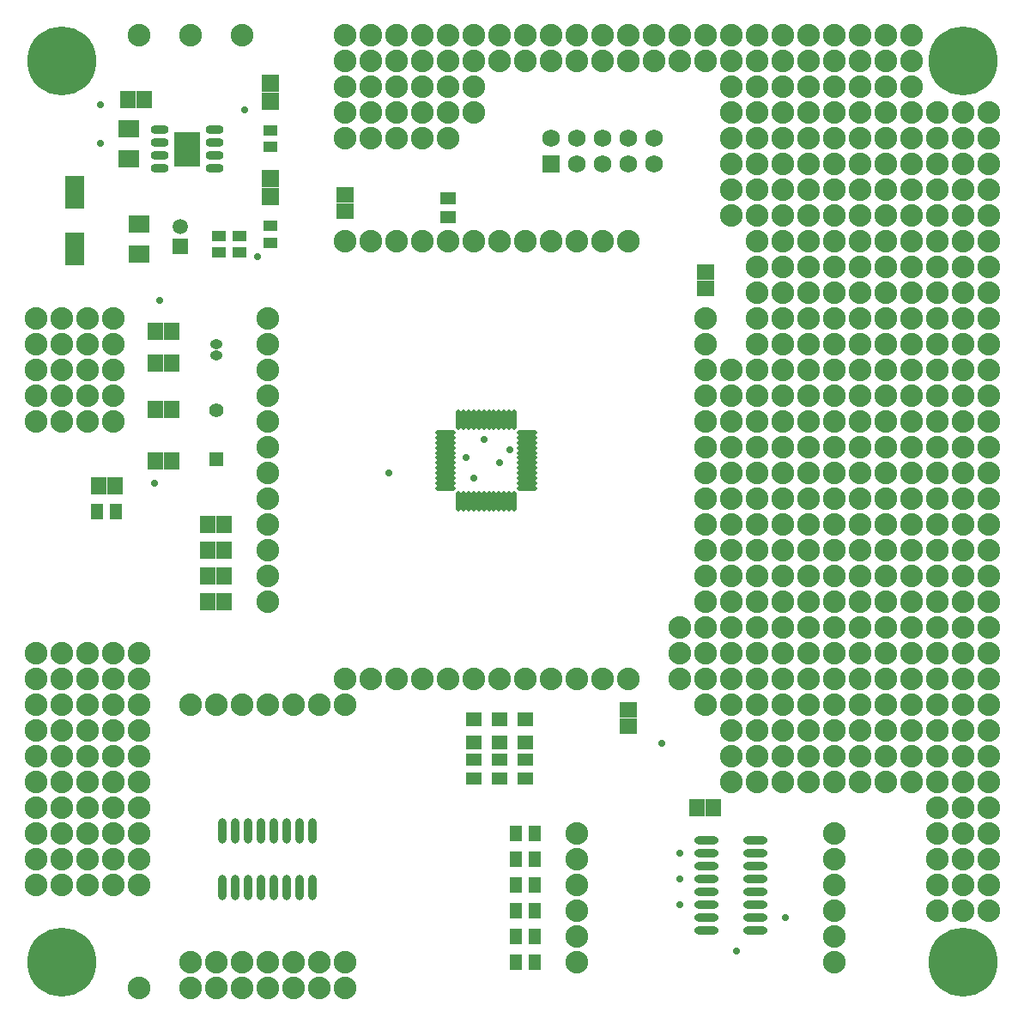
<source format=gts>
G04 Layer_Color=20142*
%FSLAX25Y25*%
%MOIN*%
G70*
G01*
G75*
%ADD27R,0.10300X0.13800*%
%ADD44R,0.07493X0.12611*%
%ADD45R,0.08280X0.06706*%
%ADD46R,0.06902X0.06706*%
%ADD47R,0.06509X0.05918*%
%ADD48R,0.05918X0.06509*%
%ADD49O,0.07887X0.01981*%
%ADD50O,0.01981X0.07887*%
%ADD51R,0.04737X0.05918*%
%ADD52R,0.05918X0.04737*%
%ADD53R,0.05918X0.05328*%
%ADD54R,0.05524X0.03950*%
%ADD55O,0.07100X0.03200*%
%ADD56O,0.09461X0.03162*%
%ADD57O,0.03400X0.09800*%
%ADD58C,0.05918*%
%ADD59R,0.05918X0.05918*%
%ADD60C,0.08800*%
%ADD61C,0.26784*%
%ADD62C,0.06800*%
%ADD63R,0.06800X0.06800*%
%ADD64R,0.05524X0.05524*%
%ADD65C,0.05524*%
%ADD66O,0.04737X0.03753*%
%ADD67C,0.02800*%
D27*
X108650Y375900D02*
D03*
D44*
X65000Y359000D02*
D03*
Y337000D02*
D03*
D45*
X90000Y346905D02*
D03*
Y335094D02*
D03*
X86000Y372094D02*
D03*
Y383906D02*
D03*
D46*
X141000Y357457D02*
D03*
Y364543D02*
D03*
Y394457D02*
D03*
Y401543D02*
D03*
D47*
X310000Y328150D02*
D03*
Y321850D02*
D03*
X280000Y151850D02*
D03*
Y158150D02*
D03*
X170000Y351851D02*
D03*
Y358150D02*
D03*
D48*
X313150Y120000D02*
D03*
X306850D02*
D03*
X123150Y210000D02*
D03*
X116850D02*
D03*
X123150Y220000D02*
D03*
X116850D02*
D03*
X123150Y200000D02*
D03*
X116850D02*
D03*
X123150Y230000D02*
D03*
X116850D02*
D03*
X80650Y245000D02*
D03*
X74351D02*
D03*
X96421Y254718D02*
D03*
X102721D02*
D03*
X96422Y292718D02*
D03*
X102721D02*
D03*
X96422Y305218D02*
D03*
X102721D02*
D03*
X96421Y274718D02*
D03*
X102721D02*
D03*
X92150Y395000D02*
D03*
X85850D02*
D03*
D49*
X209055Y265827D02*
D03*
Y263858D02*
D03*
Y261890D02*
D03*
Y259921D02*
D03*
X209055Y257953D02*
D03*
Y255984D02*
D03*
X209055Y254016D02*
D03*
Y252047D02*
D03*
Y250079D02*
D03*
Y248110D02*
D03*
Y246142D02*
D03*
Y244173D02*
D03*
X240945D02*
D03*
X240945Y246142D02*
D03*
X240945Y248110D02*
D03*
Y250079D02*
D03*
Y252047D02*
D03*
Y254016D02*
D03*
X240945Y255984D02*
D03*
Y257953D02*
D03*
X240945Y259921D02*
D03*
Y261890D02*
D03*
Y263858D02*
D03*
X240945Y265827D02*
D03*
D50*
X214173Y239055D02*
D03*
X216142Y239055D02*
D03*
X218110Y239055D02*
D03*
X220079Y239055D02*
D03*
X222047Y239055D02*
D03*
X224016Y239055D02*
D03*
X225984Y239055D02*
D03*
X227953Y239055D02*
D03*
X229921Y239055D02*
D03*
X231890D02*
D03*
X233858Y239055D02*
D03*
X235827Y239055D02*
D03*
Y270945D02*
D03*
X233858D02*
D03*
X231890Y270945D02*
D03*
X229921D02*
D03*
X227953Y270945D02*
D03*
X225984D02*
D03*
X224016D02*
D03*
X222047D02*
D03*
X220079Y270945D02*
D03*
X218110D02*
D03*
X216142Y270945D02*
D03*
X214173D02*
D03*
D51*
X243642Y110000D02*
D03*
X236358D02*
D03*
X243642Y100000D02*
D03*
X236358D02*
D03*
X243642Y90000D02*
D03*
X236358D02*
D03*
X243642Y80000D02*
D03*
X236358D02*
D03*
X243642Y70000D02*
D03*
X236358D02*
D03*
X243642Y60000D02*
D03*
X236358D02*
D03*
X73858Y235000D02*
D03*
X81142D02*
D03*
D52*
X210000Y356642D02*
D03*
Y349358D02*
D03*
X220000Y131358D02*
D03*
X220000Y138642D02*
D03*
X240000Y131358D02*
D03*
Y138642D02*
D03*
X230000Y131358D02*
D03*
Y138642D02*
D03*
D53*
X220000Y154429D02*
D03*
Y145571D02*
D03*
X230000Y154429D02*
D03*
Y145571D02*
D03*
X240000Y154429D02*
D03*
Y145571D02*
D03*
D54*
X141000Y376752D02*
D03*
Y383248D02*
D03*
Y339591D02*
D03*
Y346087D02*
D03*
X121000Y335752D02*
D03*
Y342248D02*
D03*
X129000D02*
D03*
Y335752D02*
D03*
D55*
X119400Y368500D02*
D03*
Y373500D02*
D03*
Y378500D02*
D03*
Y383500D02*
D03*
X98148Y368500D02*
D03*
Y373500D02*
D03*
Y378500D02*
D03*
Y383500D02*
D03*
D56*
X329449Y72500D02*
D03*
Y77500D02*
D03*
Y82500D02*
D03*
Y87500D02*
D03*
Y92500D02*
D03*
Y97500D02*
D03*
Y102500D02*
D03*
Y107500D02*
D03*
X310551Y72500D02*
D03*
Y77500D02*
D03*
Y82500D02*
D03*
Y87500D02*
D03*
Y92500D02*
D03*
Y97500D02*
D03*
Y102500D02*
D03*
Y107500D02*
D03*
D57*
X157500Y89000D02*
D03*
X152500D02*
D03*
X147500D02*
D03*
X142500D02*
D03*
X137500D02*
D03*
X132500D02*
D03*
X127500D02*
D03*
X122500D02*
D03*
Y111000D02*
D03*
X127500D02*
D03*
X132500D02*
D03*
X137500D02*
D03*
X142500D02*
D03*
X147500D02*
D03*
X152500D02*
D03*
X157500D02*
D03*
D58*
X106000Y345937D02*
D03*
D59*
Y338063D02*
D03*
D60*
X90000Y420000D02*
D03*
Y50000D02*
D03*
X170000D02*
D03*
Y60000D02*
D03*
X120000D02*
D03*
X110000D02*
D03*
X170000Y160000D02*
D03*
X160000D02*
D03*
X150000D02*
D03*
X140000D02*
D03*
X130000D02*
D03*
X120000D02*
D03*
X110000D02*
D03*
X160000Y50000D02*
D03*
Y60000D02*
D03*
X150000Y50000D02*
D03*
Y60000D02*
D03*
X140000Y50000D02*
D03*
Y60000D02*
D03*
X130000Y50000D02*
D03*
Y60000D02*
D03*
X120000Y50000D02*
D03*
X110000D02*
D03*
X260000Y60000D02*
D03*
Y70000D02*
D03*
Y80000D02*
D03*
Y90000D02*
D03*
Y100000D02*
D03*
Y110000D02*
D03*
X360000Y60000D02*
D03*
Y70000D02*
D03*
Y80000D02*
D03*
Y90000D02*
D03*
Y100000D02*
D03*
Y110000D02*
D03*
X140000Y250000D02*
D03*
X280000Y170000D02*
D03*
X200000D02*
D03*
X180000D02*
D03*
X170000D02*
D03*
X310000Y230000D02*
D03*
X140000Y200000D02*
D03*
Y210000D02*
D03*
Y260000D02*
D03*
Y270000D02*
D03*
Y280000D02*
D03*
Y300000D02*
D03*
X180000Y340000D02*
D03*
X210000D02*
D03*
X310000Y200000D02*
D03*
X310000Y210000D02*
D03*
Y220000D02*
D03*
X140000Y290000D02*
D03*
X310000Y240000D02*
D03*
X250000Y340000D02*
D03*
X310000Y250000D02*
D03*
X310000Y260000D02*
D03*
X310000Y270000D02*
D03*
Y280000D02*
D03*
X310000Y290000D02*
D03*
X280000Y340000D02*
D03*
X270000D02*
D03*
X260000Y340000D02*
D03*
X240000D02*
D03*
X230000Y340000D02*
D03*
X220000Y340000D02*
D03*
X200000D02*
D03*
X190000Y340000D02*
D03*
X310000Y300000D02*
D03*
X260016Y170000D02*
D03*
X250000D02*
D03*
X240000D02*
D03*
X230000D02*
D03*
X220000D02*
D03*
X210000D02*
D03*
X170000Y340000D02*
D03*
X190000Y170000D02*
D03*
X140000Y310000D02*
D03*
Y230000D02*
D03*
X270000Y170000D02*
D03*
X310000Y310000D02*
D03*
X140000Y240000D02*
D03*
Y220000D02*
D03*
X130000Y420000D02*
D03*
X110000D02*
D03*
X330000Y370000D02*
D03*
X340000D02*
D03*
X360000D02*
D03*
X350000D02*
D03*
X390000D02*
D03*
X380000D02*
D03*
X370000D02*
D03*
X400000D02*
D03*
X420000D02*
D03*
X410000D02*
D03*
Y360000D02*
D03*
X420000D02*
D03*
X400000D02*
D03*
X370000D02*
D03*
X380000D02*
D03*
X390000D02*
D03*
X350000D02*
D03*
X360000D02*
D03*
X340000D02*
D03*
X330000D02*
D03*
Y340000D02*
D03*
X340000D02*
D03*
X360000D02*
D03*
X350000D02*
D03*
X390000D02*
D03*
X380000D02*
D03*
X370000D02*
D03*
X400000D02*
D03*
X420000D02*
D03*
X410000D02*
D03*
Y350000D02*
D03*
X420000D02*
D03*
X400000D02*
D03*
X370000D02*
D03*
X380000D02*
D03*
X390000D02*
D03*
X350000D02*
D03*
X360000D02*
D03*
X340000D02*
D03*
X330000D02*
D03*
Y320000D02*
D03*
X340000D02*
D03*
X360000D02*
D03*
X350000D02*
D03*
X390000D02*
D03*
X380000D02*
D03*
X370000D02*
D03*
X400000D02*
D03*
X420000D02*
D03*
X410000D02*
D03*
Y330000D02*
D03*
X420000D02*
D03*
X400000D02*
D03*
X370000D02*
D03*
X380000D02*
D03*
X390000D02*
D03*
X350000D02*
D03*
X360000D02*
D03*
X340000D02*
D03*
X330000D02*
D03*
Y300000D02*
D03*
X340000D02*
D03*
X360000D02*
D03*
X350000D02*
D03*
X390000D02*
D03*
X380000D02*
D03*
X370000D02*
D03*
X400000D02*
D03*
X420000D02*
D03*
X410000D02*
D03*
Y310000D02*
D03*
X420000D02*
D03*
X400000D02*
D03*
X370000D02*
D03*
X380000D02*
D03*
X390000D02*
D03*
X350000D02*
D03*
X360000D02*
D03*
X340000D02*
D03*
X330000D02*
D03*
Y280000D02*
D03*
X340000D02*
D03*
X360000D02*
D03*
X350000D02*
D03*
X390000D02*
D03*
X380000D02*
D03*
X370000D02*
D03*
X400000D02*
D03*
X420000D02*
D03*
X410000D02*
D03*
Y290000D02*
D03*
X420000D02*
D03*
X400000D02*
D03*
X370000D02*
D03*
X380000D02*
D03*
X390000D02*
D03*
X350000D02*
D03*
X360000D02*
D03*
X340000D02*
D03*
X330000D02*
D03*
Y380000D02*
D03*
X340000D02*
D03*
X360000D02*
D03*
X350000D02*
D03*
X390000D02*
D03*
X380000D02*
D03*
X370000D02*
D03*
X400000D02*
D03*
X420000D02*
D03*
X410000D02*
D03*
Y390000D02*
D03*
X420000D02*
D03*
X400000D02*
D03*
X370000D02*
D03*
X380000D02*
D03*
X390000D02*
D03*
X350000D02*
D03*
X360000D02*
D03*
X340000D02*
D03*
X330000D02*
D03*
Y210000D02*
D03*
X340000D02*
D03*
X360000D02*
D03*
X350000D02*
D03*
X390000D02*
D03*
X380000D02*
D03*
X370000D02*
D03*
X400000D02*
D03*
X420000D02*
D03*
X410000D02*
D03*
Y200000D02*
D03*
X420000D02*
D03*
X400000D02*
D03*
X370000D02*
D03*
X380000D02*
D03*
X390000D02*
D03*
X350000D02*
D03*
X360000D02*
D03*
X340000D02*
D03*
X330000D02*
D03*
Y230000D02*
D03*
X340000D02*
D03*
X360000D02*
D03*
X350000D02*
D03*
X390000D02*
D03*
X380000D02*
D03*
X370000D02*
D03*
X400000D02*
D03*
X420000D02*
D03*
X410000D02*
D03*
Y220000D02*
D03*
X420000D02*
D03*
X400000D02*
D03*
X370000D02*
D03*
X380000D02*
D03*
X390000D02*
D03*
X350000D02*
D03*
X360000D02*
D03*
X340000D02*
D03*
X330000D02*
D03*
Y250000D02*
D03*
X340000D02*
D03*
X360000D02*
D03*
X350000D02*
D03*
X390000D02*
D03*
X380000D02*
D03*
X370000D02*
D03*
X400000D02*
D03*
X420000D02*
D03*
X410000D02*
D03*
Y240000D02*
D03*
X420000D02*
D03*
X400000D02*
D03*
X370000D02*
D03*
X380000D02*
D03*
X390000D02*
D03*
X350000D02*
D03*
X360000D02*
D03*
X340000D02*
D03*
X330000D02*
D03*
Y270000D02*
D03*
X340000D02*
D03*
X360000D02*
D03*
X350000D02*
D03*
X390000D02*
D03*
X380000D02*
D03*
X370000D02*
D03*
X400000D02*
D03*
X420000D02*
D03*
X410000D02*
D03*
Y260000D02*
D03*
X420000D02*
D03*
X400000D02*
D03*
X370000D02*
D03*
X380000D02*
D03*
X390000D02*
D03*
X350000D02*
D03*
X360000D02*
D03*
X340000D02*
D03*
X330000D02*
D03*
Y180000D02*
D03*
X340000D02*
D03*
X360000D02*
D03*
X350000D02*
D03*
X390000D02*
D03*
X380000D02*
D03*
X370000D02*
D03*
X400000D02*
D03*
X420000D02*
D03*
X410000D02*
D03*
Y190000D02*
D03*
X420000D02*
D03*
X400000D02*
D03*
X370000D02*
D03*
X380000D02*
D03*
X390000D02*
D03*
X350000D02*
D03*
X360000D02*
D03*
X340000D02*
D03*
X330000D02*
D03*
Y160000D02*
D03*
X340000D02*
D03*
X360000D02*
D03*
X350000D02*
D03*
X390000D02*
D03*
X380000D02*
D03*
X370000D02*
D03*
X400000D02*
D03*
X420000D02*
D03*
X410000D02*
D03*
Y170000D02*
D03*
X420000D02*
D03*
X400000D02*
D03*
X370000D02*
D03*
X380000D02*
D03*
X390000D02*
D03*
X350000D02*
D03*
X360000D02*
D03*
X340000D02*
D03*
X330000D02*
D03*
Y140000D02*
D03*
X340000D02*
D03*
X360000D02*
D03*
X350000D02*
D03*
X390000D02*
D03*
X380000D02*
D03*
X370000D02*
D03*
X400000D02*
D03*
X420000D02*
D03*
X410000D02*
D03*
Y130000D02*
D03*
X420000D02*
D03*
X400000D02*
D03*
X370000D02*
D03*
X380000D02*
D03*
X390000D02*
D03*
X350000D02*
D03*
X360000D02*
D03*
X340000D02*
D03*
X330000D02*
D03*
X410000Y150000D02*
D03*
X420000D02*
D03*
X400000D02*
D03*
X370000D02*
D03*
X380000D02*
D03*
X390000D02*
D03*
X350000D02*
D03*
X360000D02*
D03*
X340000D02*
D03*
X330000D02*
D03*
X320000D02*
D03*
Y130000D02*
D03*
Y140000D02*
D03*
Y170000D02*
D03*
Y160000D02*
D03*
Y190000D02*
D03*
Y180000D02*
D03*
Y260000D02*
D03*
Y270000D02*
D03*
Y240000D02*
D03*
Y250000D02*
D03*
Y220000D02*
D03*
Y230000D02*
D03*
Y200000D02*
D03*
Y210000D02*
D03*
Y290000D02*
D03*
Y280000D02*
D03*
X330000Y420000D02*
D03*
X340000D02*
D03*
X360000D02*
D03*
X350000D02*
D03*
X390000D02*
D03*
X380000D02*
D03*
X370000D02*
D03*
Y410000D02*
D03*
X380000D02*
D03*
X390000D02*
D03*
X350000D02*
D03*
X360000D02*
D03*
X340000D02*
D03*
X330000D02*
D03*
X370000Y400000D02*
D03*
X380000D02*
D03*
X390000D02*
D03*
X350000D02*
D03*
X360000D02*
D03*
X340000D02*
D03*
X330000D02*
D03*
X400000Y90000D02*
D03*
X420000D02*
D03*
X410000D02*
D03*
Y80000D02*
D03*
X420000D02*
D03*
X400000D02*
D03*
Y110000D02*
D03*
X420000D02*
D03*
X410000D02*
D03*
Y100000D02*
D03*
X420000D02*
D03*
X400000D02*
D03*
X410000Y120000D02*
D03*
X420000D02*
D03*
X400000D02*
D03*
X260000Y410000D02*
D03*
X270000D02*
D03*
X290000D02*
D03*
X280000D02*
D03*
X320000D02*
D03*
X310000D02*
D03*
X300000D02*
D03*
Y420000D02*
D03*
X310000D02*
D03*
X320000D02*
D03*
X280000D02*
D03*
X290000D02*
D03*
X270000D02*
D03*
X260000D02*
D03*
X190000Y410000D02*
D03*
X200000D02*
D03*
X220000D02*
D03*
X210000D02*
D03*
X250000D02*
D03*
X240000D02*
D03*
X230000D02*
D03*
Y420000D02*
D03*
X240000D02*
D03*
X250000D02*
D03*
X210000D02*
D03*
X220000D02*
D03*
X200000D02*
D03*
X190000D02*
D03*
X170000Y390000D02*
D03*
X190000D02*
D03*
X180000D02*
D03*
X220000D02*
D03*
X210000D02*
D03*
X200000D02*
D03*
Y400000D02*
D03*
X210000D02*
D03*
X220000D02*
D03*
X180000D02*
D03*
X190000D02*
D03*
X170000D02*
D03*
Y420000D02*
D03*
X180000D02*
D03*
Y410000D02*
D03*
X170000D02*
D03*
X200000Y380000D02*
D03*
X210000D02*
D03*
X180000D02*
D03*
X190000D02*
D03*
X170000D02*
D03*
X320000Y400000D02*
D03*
Y390000D02*
D03*
Y360000D02*
D03*
Y370000D02*
D03*
Y380000D02*
D03*
Y350000D02*
D03*
X310000Y180000D02*
D03*
Y190000D02*
D03*
Y160000D02*
D03*
Y170000D02*
D03*
X300000Y180000D02*
D03*
Y190000D02*
D03*
Y170000D02*
D03*
X60000Y90000D02*
D03*
X50000D02*
D03*
X70000D02*
D03*
X90000D02*
D03*
X80000D02*
D03*
X60000Y110000D02*
D03*
X50000D02*
D03*
X70000D02*
D03*
X90000D02*
D03*
X80000D02*
D03*
Y100000D02*
D03*
X90000D02*
D03*
X70000D02*
D03*
X50000D02*
D03*
X60000D02*
D03*
Y180000D02*
D03*
X50000D02*
D03*
X70000D02*
D03*
X90000D02*
D03*
X80000D02*
D03*
X60000Y160000D02*
D03*
X50000D02*
D03*
X70000D02*
D03*
X90000D02*
D03*
X80000D02*
D03*
Y170000D02*
D03*
X90000D02*
D03*
X70000D02*
D03*
X50000D02*
D03*
X60000D02*
D03*
Y140000D02*
D03*
X50000D02*
D03*
X70000D02*
D03*
X90000D02*
D03*
X80000D02*
D03*
Y150000D02*
D03*
X90000D02*
D03*
X70000D02*
D03*
X50000D02*
D03*
X60000D02*
D03*
Y120000D02*
D03*
X50000D02*
D03*
X70000D02*
D03*
X90000D02*
D03*
X80000D02*
D03*
Y130000D02*
D03*
X90000D02*
D03*
X70000D02*
D03*
X50000D02*
D03*
X60000D02*
D03*
X50000Y300000D02*
D03*
X60000D02*
D03*
X80000D02*
D03*
X70000D02*
D03*
Y290000D02*
D03*
X80000D02*
D03*
X60000D02*
D03*
X50000D02*
D03*
X70000Y310000D02*
D03*
X80000D02*
D03*
X60000D02*
D03*
X50000D02*
D03*
Y270000D02*
D03*
X60000D02*
D03*
X80000D02*
D03*
X70000D02*
D03*
Y280000D02*
D03*
X80000D02*
D03*
X60000D02*
D03*
X50000D02*
D03*
D61*
X410000Y410000D02*
D03*
Y60000D02*
D03*
X60000D02*
D03*
Y410000D02*
D03*
D62*
X290000Y380000D02*
D03*
Y370000D02*
D03*
X280000Y380000D02*
D03*
Y370000D02*
D03*
X250000Y380000D02*
D03*
X260000Y370000D02*
D03*
Y380000D02*
D03*
X270000Y370000D02*
D03*
Y380000D02*
D03*
D63*
X250000Y370000D02*
D03*
D64*
X120000Y255394D02*
D03*
D65*
X120000Y274606D02*
D03*
D66*
X120000Y300165D02*
D03*
Y295835D02*
D03*
D67*
X234000Y259000D02*
D03*
X230000Y254000D02*
D03*
X224000Y263000D02*
D03*
X220000Y248000D02*
D03*
X98000Y317000D02*
D03*
X136000Y334000D02*
D03*
X75000Y378000D02*
D03*
X293000Y145000D02*
D03*
X217000Y256000D02*
D03*
X341098Y77500D02*
D03*
X300114Y82500D02*
D03*
X300106Y92492D02*
D03*
Y102492D02*
D03*
X322106Y64492D02*
D03*
X96000Y246000D02*
D03*
X75000Y393000D02*
D03*
X131000Y391000D02*
D03*
X187000Y250000D02*
D03*
M02*

</source>
